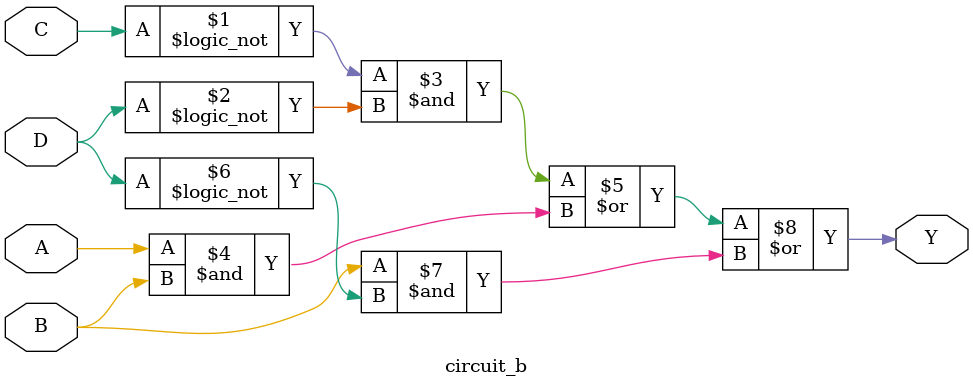
<source format=v>
module circuit_b(
    // Declare inputs
    input A, B, C, D,
    output Y
    // Declare Y output
);

    // Enter logic equation here
    assign Y = ( !C & !D ) | ( A & B ) | ( B & !D );

endmodule

</source>
